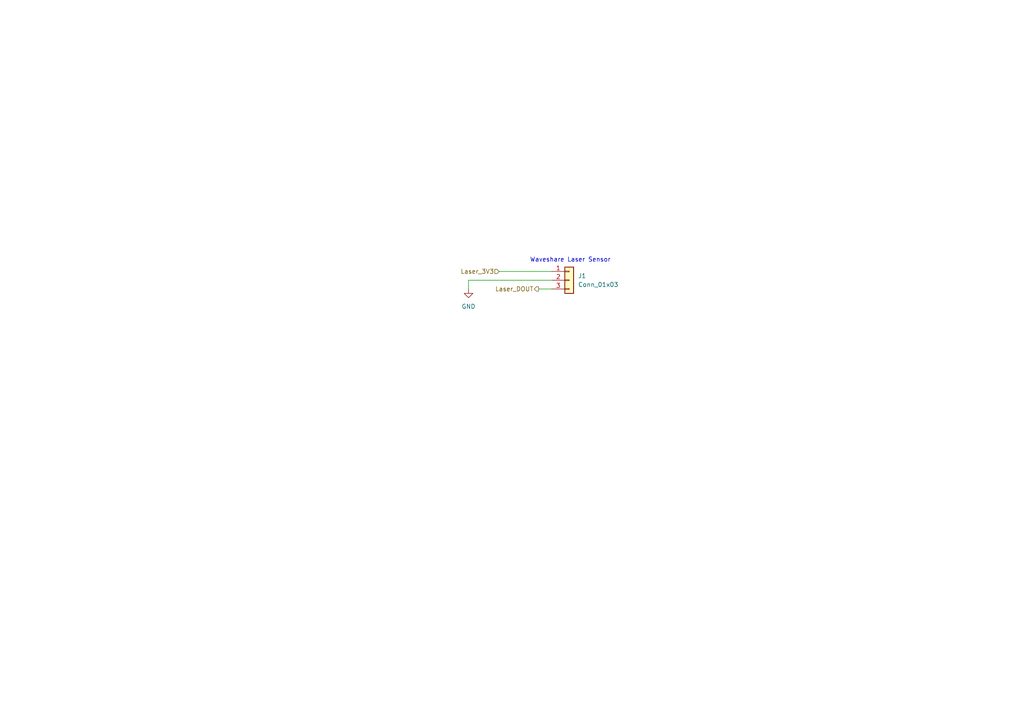
<source format=kicad_sch>
(kicad_sch (version 20211123) (generator eeschema)
  (paper "A4")
  (title_block (title "RacingLapTimer") (date "2022-11-11") (rev "1"))
  (lib_symbols
    (symbol "Connector_Generic:Conn_01x03" (pin_names (offset 1.016) hide)
      (property "Reference" "J" (at 0 5.08 0))
      (property "Value" "Conn_01x03" (at 0 -5.08 0))
      (symbol "Conn_01x03_1_1"
        (rectangle (start -1.27 -2.413) (end 0 -2.667) (stroke (width 0.1524)))
        (rectangle (start -1.27 0.127) (end 0 -0.127) (stroke (width 0.1524)))
        (rectangle (start -1.27 2.667) (end 0 2.413) (stroke (width 0.1524)))
        (rectangle (start -1.27 3.81) (end 1.27 -3.81) (stroke (width 0.254)) (fill (type background)))
        (pin passive line (at -5.08 2.54 0) (length 3.81) (name "Pin_1") (number "1"))
        (pin passive line (at -5.08 0 0) (length 3.81) (name "Pin_2") (number "2"))
        (pin passive line (at -5.08 -2.54 0) (length 3.81) (name "Pin_3") (number "3"))
      )
    )
    (symbol "power:GND" (power) (pin_names (offset 0))
      (property "Value" "GND" (at 0 -3.81 0))
      (symbol "GND_0_1"
        (polyline (pts (xy 0 0) (xy 0 -1.27) (xy 1.27 -1.27) (xy 0 -2.54) (xy -1.27 -1.27) (xy 0 -1.27)))
      )
      (symbol "GND_1_1"
        (pin power_in line (at 0 0 270) (length 0) hide (name "GND") (number "1"))
      )
    )
  )
  (wire (pts (xy 144.78 78.74) (xy 160.02 78.74)))
  (wire (pts (xy 156.21 83.82) (xy 160.02 83.82)))
  (wire (pts (xy 135.89 81.28) (xy 160.02 81.28)))
  (wire (pts (xy 135.89 81.28) (xy 135.89 83.82)))
  (text "Waveshare Laser Sensor" (at 153.67 76.2 0) (effects (font (size 1.27 1.27)) (justify left bottom)))
  (hierarchical_label "Laser_DOUT" (shape output) (at 156.21 83.82 180))
  (hierarchical_label "Laser_3V3" (shape input) (at 144.78 78.74 180))
  (symbol (lib_id "power:GND") (at 135.89 83.82 0) (unit 1)
    (property "Reference" "#PWR03" (effects hide))
    (property "Value" "GND" (at 135.89 88.9 0))
  )
  (symbol (lib_id "Connector_Generic:Conn_01x03") (at 165.1 81.28 0) (unit 1)
    (property "Reference" "J1" (at 167.64 80.0099 0) (effects (justify left)))
    (property "Value" "Conn_01x03" (at 167.64 82.5499 0) (effects (justify left)))
    (property "Footprint" "Connector_PinHeader_2.54mm:PinHeader_1x03_P2.54mm_Vertical" (effects hide))
  )
)
</source>
